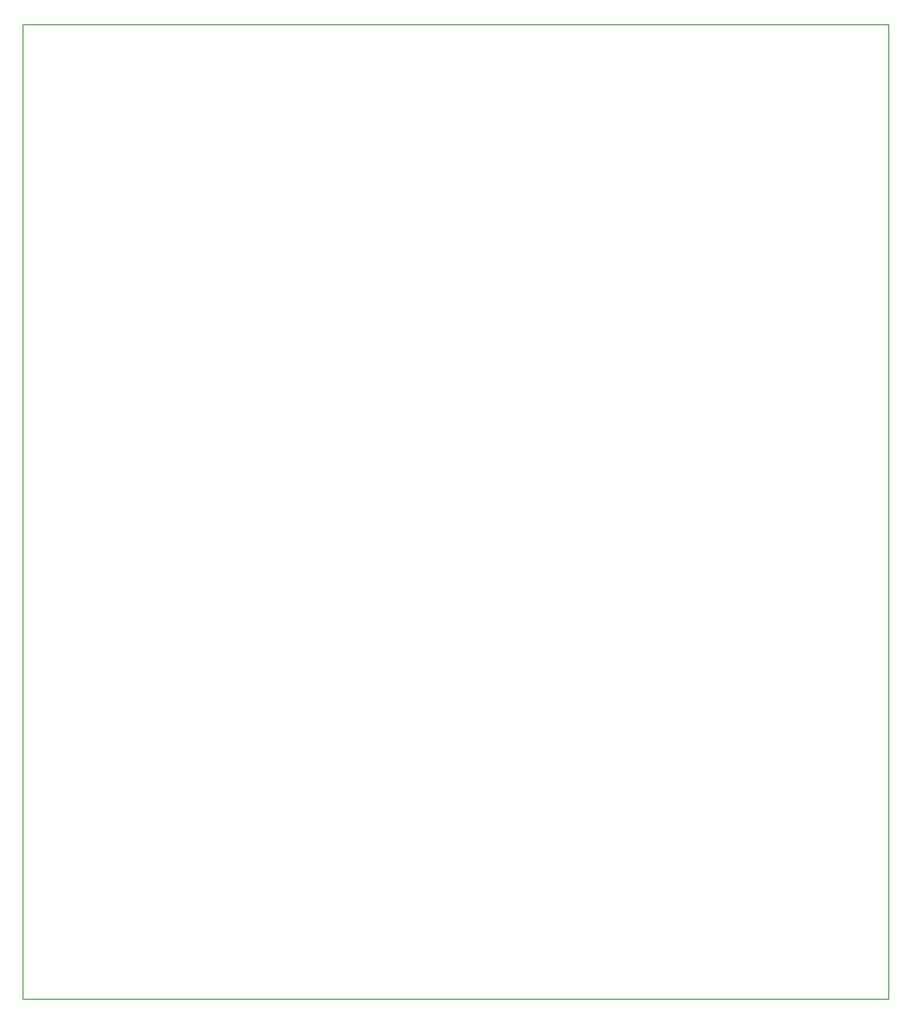
<source format=gbr>
%TF.GenerationSoftware,KiCad,Pcbnew,7.0.9*%
%TF.CreationDate,2024-01-16T00:27:59+08:00*%
%TF.ProjectId,Elecraft_K1_Remake,456c6563-7261-4667-945f-4b315f52656d,rev?*%
%TF.SameCoordinates,Original*%
%TF.FileFunction,Profile,NP*%
%FSLAX46Y46*%
G04 Gerber Fmt 4.6, Leading zero omitted, Abs format (unit mm)*
G04 Created by KiCad (PCBNEW 7.0.9) date 2024-01-16 00:27:59*
%MOMM*%
%LPD*%
G01*
G04 APERTURE LIST*
%TA.AperFunction,Profile*%
%ADD10C,0.100000*%
%TD*%
G04 APERTURE END LIST*
D10*
X59690000Y-49530000D02*
X140970000Y-49530000D01*
X140970000Y-140970000D01*
X59690000Y-140970000D01*
X59690000Y-49530000D01*
M02*

</source>
